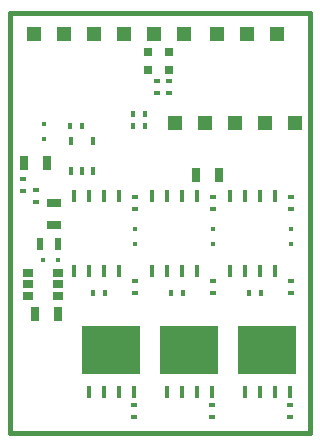
<source format=gtp>
G04 (created by PCBNEW-RS274X (2012-01-19 BZR 3256)-stable) date 9/11/2012 4:45:41 AM*
G01*
G70*
G90*
%MOIN*%
G04 Gerber Fmt 3.4, Leading zero omitted, Abs format*
%FSLAX34Y34*%
G04 APERTURE LIST*
%ADD10C,0.001000*%
%ADD11C,0.015000*%
%ADD12R,0.048000X0.048000*%
%ADD13R,0.046000X0.046000*%
%ADD14R,0.016000X0.026000*%
%ADD15R,0.031000X0.051000*%
%ADD16R,0.051000X0.031000*%
%ADD17R,0.017700X0.013700*%
%ADD18R,0.013700X0.017700*%
%ADD19R,0.023000X0.043000*%
%ADD20R,0.018000X0.043000*%
%ADD21R,0.037400X0.025600*%
%ADD22R,0.029000X0.029000*%
%ADD23R,0.194900X0.159400*%
%ADD24R,0.017700X0.039300*%
%ADD25R,0.023000X0.018000*%
%ADD26R,0.018000X0.023000*%
G04 APERTURE END LIST*
G54D10*
G54D11*
X44016Y-40961D02*
X44016Y-54961D01*
X54016Y-40961D02*
X44016Y-40961D01*
X54016Y-54961D02*
X54016Y-40961D01*
X44016Y-54961D02*
X54016Y-54961D01*
G54D12*
X53516Y-44611D03*
X52516Y-44611D03*
X51516Y-44611D03*
X50516Y-44611D03*
X49516Y-44611D03*
G54D13*
X49816Y-41661D03*
X48816Y-41661D03*
X47816Y-41661D03*
X46816Y-41661D03*
X45816Y-41661D03*
X44816Y-41661D03*
X50916Y-41661D03*
X51916Y-41661D03*
X52916Y-41661D03*
G54D14*
X46041Y-46211D03*
X46791Y-46211D03*
X46041Y-45211D03*
X46416Y-46211D03*
X46791Y-45211D03*
G54D15*
X50221Y-46361D03*
X50971Y-46361D03*
X45241Y-45961D03*
X44491Y-45961D03*
G54D16*
X45496Y-48036D03*
X45496Y-47286D03*
G54D15*
X45611Y-50981D03*
X44861Y-50981D03*
G54D17*
X45120Y-49181D03*
X45632Y-49181D03*
G54D18*
X53400Y-48144D03*
X53400Y-48656D03*
X50800Y-48144D03*
X50800Y-48656D03*
X48200Y-48144D03*
X48200Y-48656D03*
X45166Y-44655D03*
X45166Y-45167D03*
G54D19*
X45036Y-48641D03*
X45636Y-48641D03*
G54D20*
X47650Y-49550D03*
X47150Y-49550D03*
X46650Y-49550D03*
X46150Y-49550D03*
X46150Y-47050D03*
X46650Y-47050D03*
X47150Y-47050D03*
X47650Y-47050D03*
X50250Y-49550D03*
X49750Y-49550D03*
X49250Y-49550D03*
X48750Y-49550D03*
X48750Y-47050D03*
X49250Y-47050D03*
X49750Y-47050D03*
X50250Y-47050D03*
X52850Y-49550D03*
X52350Y-49550D03*
X51850Y-49550D03*
X51350Y-49550D03*
X51350Y-47050D03*
X51850Y-47050D03*
X52350Y-47050D03*
X52850Y-47050D03*
G54D21*
X45616Y-49626D03*
X45616Y-50001D03*
X45616Y-50376D03*
X44616Y-50376D03*
X44616Y-50001D03*
X44616Y-49626D03*
G54D22*
X49316Y-42861D03*
X49316Y-42261D03*
X48616Y-42861D03*
X48616Y-42261D03*
G54D23*
X47400Y-52200D03*
G54D24*
X46652Y-53598D03*
X47144Y-53598D03*
X47656Y-53598D03*
X48148Y-53598D03*
G54D23*
X50000Y-52200D03*
G54D24*
X49252Y-53598D03*
X49744Y-53598D03*
X50256Y-53598D03*
X50748Y-53598D03*
G54D23*
X52600Y-52200D03*
G54D24*
X51852Y-53598D03*
X52344Y-53598D03*
X52856Y-53598D03*
X53348Y-53598D03*
G54D25*
X50800Y-47500D03*
X50800Y-47100D03*
X44456Y-46901D03*
X44456Y-46501D03*
X44896Y-47241D03*
X44896Y-46841D03*
G54D26*
X48116Y-44311D03*
X48516Y-44311D03*
G54D25*
X49316Y-43211D03*
X49316Y-43611D03*
X48916Y-43211D03*
X48916Y-43611D03*
G54D26*
X48116Y-44711D03*
X48516Y-44711D03*
G54D25*
X53400Y-47500D03*
X53400Y-47100D03*
X48200Y-47500D03*
X48200Y-47100D03*
X53400Y-50300D03*
X53400Y-49900D03*
X53366Y-54011D03*
X53366Y-54411D03*
X50800Y-50300D03*
X50800Y-49900D03*
X50766Y-54011D03*
X50766Y-54411D03*
X48200Y-50300D03*
X48200Y-49900D03*
X48166Y-54011D03*
X48166Y-54411D03*
G54D26*
X46016Y-44711D03*
X46416Y-44711D03*
X47200Y-50300D03*
X46800Y-50300D03*
X49800Y-50300D03*
X49400Y-50300D03*
X52400Y-50300D03*
X52000Y-50300D03*
M02*

</source>
